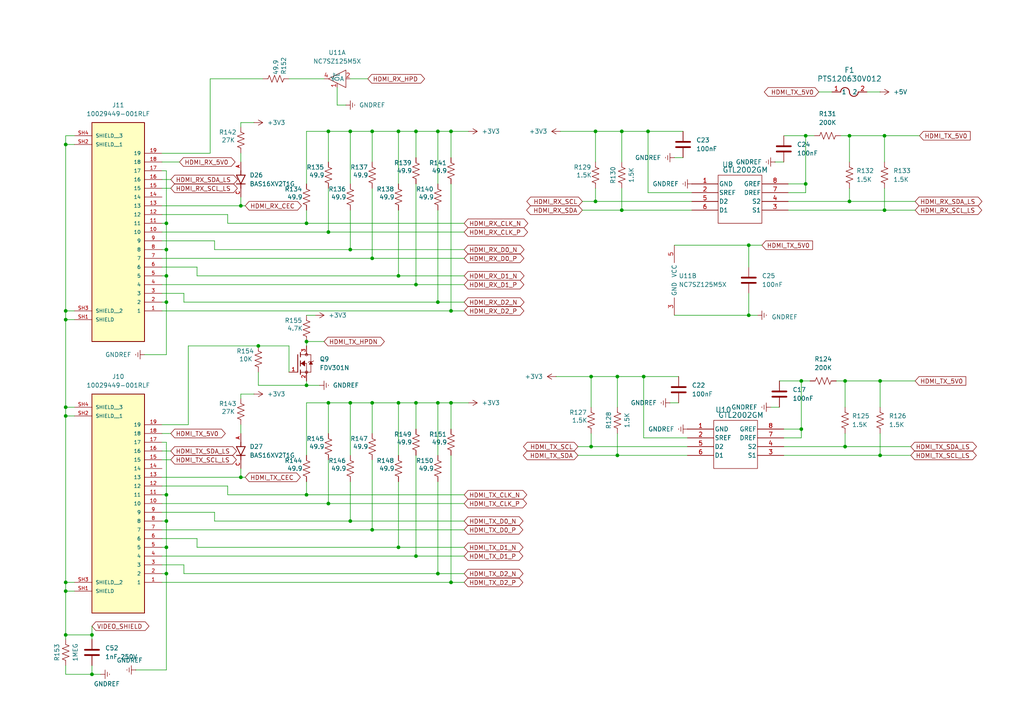
<source format=kicad_sch>
(kicad_sch (version 20231120) (generator "eeschema") (generator_version "8.0")
  (paper "A4")
  (lib_symbols
    (symbol "10029449-001RLF_1" (pin_names (offset 1.016))
      (property "Reference" "J10" (at 0 -40.64 0))
      (property "Value" "10029449-001RLF" (at 0 -38.1 0))
      (symbol "10029449-001RLF_1_0_0"
        (rectangle (start -7.62 -35.56) (end 7.62 27.94) (stroke (width 0.254)) (fill (type background)))
        (pin passive line (at 12.7 -26.67 180) (length 5.08) (name "1") (number "1"))
        (pin passive line (at 12.7 -3.81 180) (length 5.08) (name "10") (number "10"))
        (pin passive line (at 12.7 -1.27 180) (length 5.08) (name "11") (number "11"))
        (pin passive line (at 12.7 1.27 180) (length 5.08) (name "12") (number "12"))
        (pin passive line (at 12.7 3.81 180) (length 5.08) (name "13") (number "13"))
        (pin passive line (at 12.7 6.35 180) (length 5.08) (name "14") (number "14"))
        (pin passive line (at 12.7 8.89 180) (length 5.08) (name "15") (number "15"))
        (pin passive line (at 12.7 11.43 180) (length 5.08) (name "16") (number "16"))
        (pin passive line (at 12.7 13.97 180) (length 5.08) (name "17") (number "17"))
        (pin passive line (at 12.7 16.51 180) (length 5.08) (name "18") (number "18"))
        (pin passive line (at 12.7 19.05 180) (length 5.08) (name "19") (number "19"))
        (pin passive line (at 12.7 -24.13 180) (length 5.08) (name "2") (number "2"))
        (pin passive line (at 12.7 -21.59 180) (length 5.08) (name "3") (number "3"))
        (pin passive line (at 12.7 -19.05 180) (length 5.08) (name "4") (number "4"))
        (pin passive line (at 12.7 -16.51 180) (length 5.08) (name "5") (number "5"))
        (pin passive line (at 12.7 -13.97 180) (length 5.08) (name "6") (number "6"))
        (pin passive line (at 12.7 -11.43 180) (length 5.08) (name "7") (number "7"))
        (pin passive line (at 12.7 -8.89 180) (length 5.08) (name "8") (number "8"))
        (pin passive line (at 12.7 -6.35 180) (length 5.08) (name "9") (number "9"))
        (pin passive line (at -12.7 -29.21 0) (length 5.08) (name "SHIELD") (number "SH1"))
        (pin passive line (at -12.7 21.59 0) (length 5.08) (name "SHIELD__1") (number "SH2"))
        (pin passive line (at -12.7 -26.67 0) (length 5.08) (name "SHIELD__2") (number "SH3"))
        (pin passive line (at -12.7 24.13 0) (length 5.08) (name "SHIELD__3") (number "SH4"))
      )
    )
    (symbol "BAS16XV2T1G:BAS16XV2T1G" (pin_names (offset 1.016))
      (property "Reference" "D" (at -5.08 2.54 0))
      (property "Value" "BAS16XV2T1G" (at -5.08 -3.81 0))
      (symbol "BAS16XV2T1G_0_0"
        (polyline (pts (xy -2.54 0) (xy -1.27 0)) (stroke (width 0.254)))
        (polyline (pts (xy -1.27 -1.27) (xy 1.27 0)) (stroke (width 0.254)))
        (polyline (pts (xy -1.27 0) (xy -1.27 -1.27)) (stroke (width 0.254)))
        (polyline (pts (xy -1.27 1.27) (xy -1.27 0)) (stroke (width 0.254)))
        (polyline (pts (xy 1.27 0) (xy -1.27 1.27)) (stroke (width 0.254)))
        (polyline (pts (xy 1.27 0) (xy 1.27 -1.27)) (stroke (width 0.254)))
        (polyline (pts (xy 1.27 0) (xy 2.54 0)) (stroke (width 0.254)))
        (polyline (pts (xy 1.27 1.27) (xy 1.27 0)) (stroke (width 0.254)))
        (pin passive line (at -5.08 0 0) (length 2.54) (name "~") (number "A"))
        (pin passive line (at 5.08 0 180) (length 2.54) (name "~") (number "C"))
      )
    )
    (symbol "Device:C" (pin_numbers hide) (pin_names (offset 0.254))
      (property "Reference" "C" (at 0.635 2.54 0))
      (property "Value" "C" (at 0.635 -2.54 0))
      (symbol "C_0_1"
        (polyline (pts (xy -2.032 -0.762) (xy 2.032 -0.762)) (stroke (width 0.508)))
        (polyline (pts (xy -2.032 0.762) (xy 2.032 0.762)) (stroke (width 0.508)))
      )
      (symbol "C_1_1"
        (pin passive line (at 0 3.81 270) (length 2.794) (name "~") (number "1"))
        (pin passive line (at 0 -3.81 90) (length 2.794) (name "~") (number "2"))
      )
    )
    (symbol "Device:R_US" (pin_numbers hide) (pin_names (offset 0))
      (property "Reference" "R" (at 2.54 0 90))
      (property "Value" "R_US" (at -2.54 0 90))
      (symbol "R_US_0_1"
        (polyline (pts (xy 0 -2.286) (xy 0 -2.54)))
        (polyline (pts (xy 0 2.286) (xy 0 2.54)))
        (polyline (pts (xy 0 -0.762) (xy 1.016 -1.143) (xy 0 -1.524) (xy -1.016 -1.905) (xy 0 -2.286)))
        (polyline (pts (xy 0 0.762) (xy 1.016 0.381) (xy 0 0) (xy -1.016 -0.381) (xy 0 -0.762)))
        (polyline (pts (xy 0 2.286) (xy 1.016 1.905) (xy 0 1.524) (xy -1.016 1.143) (xy 0 0.762)))
      )
      (symbol "R_US_1_1"
        (pin passive line (at 0 3.81 270) (length 1.27) (name "~") (number "1"))
        (pin passive line (at 0 -3.81 90) (length 1.27) (name "~") (number "2"))
      )
    )
    (symbol "FDV301N:FDV301N" (pin_names (offset 1.016))
      (property "Reference" "Q" (at -8.89 2.54 0))
      (property "Value" "FDV301N" (at -8.89 -7.62 0))
      (symbol "FDV301N_0_0"
        (polyline (pts (xy 0 2.54) (xy 0 -2.54)) (stroke (width 0.254)))
        (polyline (pts (xy 0.762 -2.54) (xy 0.762 -3.175)) (stroke (width 0.254)))
        (polyline (pts (xy 0.762 -1.905) (xy 0.762 -2.54)) (stroke (width 0.254)))
        (polyline (pts (xy 0.762 0) (xy 0.762 -0.762)) (stroke (width 0.254)))
        (polyline (pts (xy 0.762 0) (xy 2.54 0)) (stroke (width 0.1524)))
        (polyline (pts (xy 0.762 0.762) (xy 0.762 0)) (stroke (width 0.254)))
        (polyline (pts (xy 0.762 2.54) (xy 0.762 1.905)) (stroke (width 0.254)))
        (polyline (pts (xy 0.762 2.54) (xy 3.81 2.54)) (stroke (width 0.1524)))
        (polyline (pts (xy 0.762 3.175) (xy 0.762 2.54)) (stroke (width 0.254)))
        (polyline (pts (xy 2.54 -2.54) (xy 0.762 -2.54)) (stroke (width 0.1524)))
        (polyline (pts (xy 2.54 -2.54) (xy 3.81 -2.54)) (stroke (width 0.1524)))
        (polyline (pts (xy 2.54 0) (xy 2.54 -2.54)) (stroke (width 0.1524)))
        (polyline (pts (xy 3.302 0.508) (xy 3.048 0.254)) (stroke (width 0.1524)))
        (polyline (pts (xy 3.81 0.508) (xy 3.302 0.508)) (stroke (width 0.1524)))
        (polyline (pts (xy 3.81 0.508) (xy 3.81 -2.54)) (stroke (width 0.1524)))
        (polyline (pts (xy 3.81 2.54) (xy 3.81 0.508)) (stroke (width 0.1524)))
        (polyline (pts (xy 4.318 0.508) (xy 3.81 0.508)) (stroke (width 0.1524)))
        (polyline (pts (xy 4.572 0.762) (xy 4.318 0.508)) (stroke (width 0.1524)))
        (polyline (pts (xy 1.016 0) (xy 2.032 0.762) (xy 2.032 -0.762) (xy 1.016 0)) (stroke (width 0.1524)) (fill (type outline)))
        (polyline (pts (xy 3.81 0.508) (xy 3.302 -0.254) (xy 4.318 -0.254) (xy 3.81 0.508)) (stroke (width 0.1524)) (fill (type outline)))
        (circle (center 2.54 -2.54) (radius 0.3592))
        (circle (center 2.54 2.54) (radius 0.3592))
        (pin passive line (at -2.54 -2.54 0) (length 2.54) (name "~") (number "1"))
        (pin passive line (at 2.54 -5.08 90) (length 2.54) (name "~") (number "2"))
        (pin passive line (at 2.54 5.08 270) (length 2.54) (name "~") (number "3"))
      )
    )
    (symbol "GTL2002GM:GTL2002GM" (pin_names (offset 0.254))
      (property "Reference" "U8" (at 30.48 10.16 0))
      (property "Value" "GTL2002GM" (at 30.48 7.62 0))
      (symbol "GTL2002GM_0_1"
        (pin unspecified line (at 0 0 0) (length 7.62) (name "GND") (number "1"))
        (pin unspecified line (at 0 -2.54 0) (length 7.62) (name "SREF") (number "2"))
        (pin unspecified line (at 27.94 -7.62 180) (length 7.62) (name "S1") (number "3"))
        (pin unspecified line (at 27.94 -5.08 180) (length 7.62) (name "S2") (number "4"))
        (pin unspecified line (at 0 -5.08 0) (length 7.62) (name "D2") (number "5"))
        (pin unspecified line (at 0 -7.62 0) (length 7.62) (name "D1") (number "6"))
        (pin unspecified line (at 27.94 -2.54 180) (length 7.62) (name "DREF") (number "7"))
        (pin unspecified line (at 27.94 0 180) (length 7.62) (name "GREF") (number "8"))
      )
      (symbol "GTL2002GM_1_1"
        (polyline (pts (xy 7.62 2.54) (xy 7.62 -11.43) (xy 20.32 -11.43) (xy 20.32 2.54) (xy 7.62 2.54)))
      )
    )
    (symbol "NC7SZ125M5X_Modified:NC7SZ125M5X"
      (property "Reference" "U" (at -5.08 6.35 0))
      (property "Value" "NC7SZ125M5X" (at 7.62 6.35 0))
      (symbol "NC7SZ125M5X_1_1"
        (polyline (pts (xy -10.16 -3.81) (xy -5.08 -1.27) (xy -5.08 -6.35) (xy -10.16 -3.81)))
        (pin input line (at -7.62 -6.35 90) (length 1.27) (name "~{OE}") (number "1"))
        (pin input line (at -3.81 -3.81 180) (length 1.27) (name "A") (number "2"))
        (pin output line (at -11.43 -3.81 0) (length 1.27) (name "Y") (number "4"))
      )
      (symbol "NC7SZ125M5X_2_1"
        (pin power_in line (at 0 -10.16 90) (length 5.08) (name "GND") (number "3"))
        (pin power_in line (at 0 10.16 270) (length 5.08) (name "VCC") (number "5"))
      )
    )
    (symbol "PTS120630V012:PTS120630V012" (pin_names (offset 0.254))
      (property "Reference" "F" (at 5.08 3.175 0))
      (property "Value" "PTS120630V012" (at 5.08 -3.175 0))
      (symbol "PTS120630V012_1_1"
        (arc (start 5.08 0) (mid 3.81 1.2645) (end 2.54 0) (stroke (width 0.254)))
        (arc (start 5.08 0) (mid 6.35 -1.2645) (end 7.62 0) (stroke (width 0.254)))
        (pin unspecified line (at 0 0 0) (length 2.54) (name "1") (number "1"))
        (pin unspecified line (at 10.16 0 180) (length 2.54) (name "2") (number "2"))
      )
      (symbol "PTS120630V012_1_2"
        (arc (start 0 5.08) (mid -1.2645 3.81) (end 0 2.54) (stroke (width 0.254)))
        (arc (start 0 5.08) (mid 1.2645 6.35) (end 0 7.62) (stroke (width 0.254)))
        (pin unspecified line (at 0 0 90) (length 2.54) (name "1") (number "1"))
        (pin unspecified line (at 0 10.16 270) (length 2.54) (name "2") (number "2"))
      )
    )
    (symbol "power:+3V3" (power) (pin_numbers hide) (pin_names (offset 0) hide)
      (property "Value" "+3V3" (at 0 3.556 0))
      (symbol "+3V3_0_1"
        (polyline (pts (xy -0.762 1.27) (xy 0 2.54)))
        (polyline (pts (xy 0 0) (xy 0 2.54)))
        (polyline (pts (xy 0 2.54) (xy 0.762 1.27)))
      )
      (symbol "+3V3_1_1"
        (pin power_in line (at 0 0 90) (length 0) (name "~") (number "1"))
      )
    )
    (symbol "power:+5V" (power) (pin_numbers hide) (pin_names (offset 0) hide)
      (property "Value" "+5V" (at 0 3.556 0))
      (symbol "+5V_0_1"
        (polyline (pts (xy -0.762 1.27) (xy 0 2.54)))
        (polyline (pts (xy 0 0) (xy 0 2.54)))
        (polyline (pts (xy 0 2.54) (xy 0.762 1.27)))
      )
      (symbol "+5V_1_1"
        (pin power_in line (at 0 0 90) (length 0) (name "~") (number "1"))
      )
    )
    (symbol "power:GNDREF" (power) (pin_numbers hide) (pin_names (offset 0) hide)
      (property "Value" "GNDREF" (at 0 -3.81 0))
      (symbol "GNDREF_0_1"
        (polyline (pts (xy -0.635 -1.905) (xy 0.635 -1.905)))
        (polyline (pts (xy -0.127 -2.54) (xy 0.127 -2.54)))
        (polyline (pts (xy 0 -1.27) (xy 0 0)))
        (polyline (pts (xy 1.27 -1.27) (xy -1.27 -1.27)))
      )
      (symbol "GNDREF_1_1"
        (pin power_in line (at 0 0 270) (length 0) (name "~") (number "1"))
      )
    )
  )
  (junction (at 69.85 59.69))
  (junction (at 255.27 132.08))
  (junction (at 232.41 110.49))
  (junction (at 48.26 64.77))
  (junction (at 115.57 158.75))
  (junction (at 69.85 138.43))
  (junction (at 120.65 38.1))
  (junction (at 256.54 39.37))
  (junction (at 130.81 168.91))
  (junction (at 48.26 158.75))
  (junction (at 120.65 161.29))
  (junction (at 172.72 58.42))
  (junction (at 19.05 184.15))
  (junction (at 127 38.1))
  (junction (at 233.68 39.37))
  (junction (at 120.65 116.84))
  (junction (at 48.26 72.39))
  (junction (at 101.6 38.1))
  (junction (at 107.95 116.84))
  (junction (at 187.96 38.1))
  (junction (at 180.34 38.1))
  (junction (at 88.9 143.51))
  (junction (at 171.45 129.54))
  (junction (at 19.05 118.11))
  (junction (at 246.38 58.42))
  (junction (at 172.72 38.1))
  (junction (at 115.57 80.01))
  (junction (at 107.95 153.67))
  (junction (at 130.81 38.1))
  (junction (at 26.67 195.58))
  (junction (at 255.27 110.49))
  (junction (at 127 166.37))
  (junction (at 95.25 38.1))
  (junction (at 101.6 72.39))
  (junction (at 245.11 110.49))
  (junction (at 115.57 38.1))
  (junction (at 48.26 80.01))
  (junction (at 130.81 116.84))
  (junction (at 19.05 120.65))
  (junction (at 256.54 60.96))
  (junction (at 180.34 60.96))
  (junction (at 130.81 90.17))
  (junction (at 245.11 129.54))
  (junction (at 48.26 151.13))
  (junction (at 101.6 116.84))
  (junction (at 95.25 116.84))
  (junction (at 19.05 171.45))
  (junction (at 127 87.63))
  (junction (at 115.57 116.84))
  (junction (at 120.65 82.55))
  (junction (at 232.41 124.46))
  (junction (at 217.17 71.12))
  (junction (at 171.45 109.22))
  (junction (at 246.38 39.37))
  (junction (at 48.26 143.51))
  (junction (at 48.26 87.63))
  (junction (at 101.6 151.13))
  (junction (at 107.95 38.1))
  (junction (at 186.69 109.22))
  (junction (at 48.26 166.37))
  (junction (at 95.25 67.31))
  (junction (at 107.95 74.93))
  (junction (at 127 116.84))
  (junction (at 217.17 91.44))
  (junction (at 88.9 64.77))
  (junction (at 233.68 53.34))
  (junction (at 95.25 146.05))
  (junction (at 179.07 109.22))
  (junction (at 19.05 92.71))
  (junction (at 88.9 99.06))
  (junction (at 19.05 41.91))
  (junction (at 88.9 111.76))
  (junction (at 19.05 90.17))
  (junction (at 19.05 168.91))
  (junction (at 179.07 132.08))
  (junction (at 74.93 100.33))
  (junction (at 26.67 184.15))
  (wire (pts (xy 167.64 132.08) (xy 179.07 132.08)))
  (wire (pts (xy 220.98 71.12) (xy 217.17 71.12)))
  (wire (pts (xy 195.58 71.12) (xy 217.17 71.12)))
  (wire (pts (xy 245.11 118.11) (xy 245.11 110.49)))
  (wire (pts (xy 168.91 58.42) (xy 172.72 58.42)))
  (wire (pts (xy 256.54 54.61) (xy 256.54 60.96)))
  (wire (pts (xy 186.69 127) (xy 186.69 109.22)))
  (wire (pts (xy 21.59 90.17) (xy 19.05 90.17)))
  (wire (pts (xy 46.99 123.19) (xy 54.61 123.19)))
  (wire (pts (xy 107.95 116.84) (xy 107.95 125.73)))
  (wire (pts (xy 101.6 139.7) (xy 101.6 151.13)))
  (wire (pts (xy 127 166.37) (xy 134.62 166.37)))
  (wire (pts (xy 223.52 118.11) (xy 226.06 118.11)))
  (wire (pts (xy 172.72 38.1) (xy 180.34 38.1)))
  (wire (pts (xy 172.72 54.61) (xy 172.72 58.42)))
  (wire (pts (xy 46.99 82.55) (xy 120.65 82.55)))
  (wire (pts (xy 88.9 60.96) (xy 88.9 64.77)))
  (wire (pts (xy 95.25 116.84) (xy 95.25 125.73)))
  (wire (pts (xy 46.99 168.91) (xy 130.81 168.91)))
  (wire (pts (xy 115.57 116.84) (xy 120.65 116.84)))
  (wire (pts (xy 46.99 153.67) (xy 107.95 153.67)))
  (wire (pts (xy 88.9 64.77) (xy 134.62 64.77)))
  (wire (pts (xy 46.99 62.23) (xy 66.04 62.23)))
  (wire (pts (xy 101.6 22.86) (xy 106.68 22.86)))
  (wire (pts (xy 115.57 158.75) (xy 134.62 158.75)))
  (wire (pts (xy 46.99 151.13) (xy 48.26 151.13)))
  (wire (pts (xy 115.57 139.7) (xy 115.57 158.75)))
  (wire (pts (xy 88.9 99.06) (xy 88.9 100.33)))
  (wire (pts (xy 21.59 171.45) (xy 19.05 171.45)))
  (wire (pts (xy 107.95 38.1) (xy 107.95 46.99)))
  (wire (pts (xy 60.96 22.86) (xy 76.2 22.86)))
  (wire (pts (xy 227.33 39.37) (xy 233.68 39.37)))
  (wire (pts (xy 19.05 120.65) (xy 19.05 168.91)))
  (wire (pts (xy 217.17 71.12) (xy 217.17 77.47)))
  (wire (pts (xy 227.33 124.46) (xy 232.41 124.46)))
  (wire (pts (xy 171.45 109.22) (xy 179.07 109.22)))
  (wire (pts (xy 101.6 116.84) (xy 107.95 116.84)))
  (wire (pts (xy 46.99 146.05) (xy 95.25 146.05)))
  (wire (pts (xy 48.26 143.51) (xy 48.26 151.13)))
  (wire (pts (xy 95.25 67.31) (xy 134.62 67.31)))
  (wire (pts (xy 233.68 53.34) (xy 233.68 39.37)))
  (wire (pts (xy 48.26 128.27) (xy 48.26 143.51)))
  (wire (pts (xy 66.04 140.97) (xy 66.04 143.51)))
  (wire (pts (xy 172.72 58.42) (xy 200.66 58.42)))
  (wire (pts (xy 48.26 166.37) (xy 48.26 194.31)))
  (wire (pts (xy 46.99 85.09) (xy 53.34 85.09)))
  (wire (pts (xy 62.23 72.39) (xy 101.6 72.39)))
  (wire (pts (xy 127 38.1) (xy 127 53.34)))
  (wire (pts (xy 19.05 185.42) (xy 19.05 184.15)))
  (wire (pts (xy 232.41 127) (xy 232.41 124.46)))
  (wire (pts (xy 48.26 49.53) (xy 48.26 64.77)))
  (wire (pts (xy 130.81 38.1) (xy 135.89 38.1)))
  (wire (pts (xy 243.84 39.37) (xy 246.38 39.37)))
  (wire (pts (xy 171.45 125.73) (xy 171.45 129.54)))
  (wire (pts (xy 46.99 156.21) (xy 57.15 156.21)))
  (wire (pts (xy 46.99 128.27) (xy 48.26 128.27)))
  (wire (pts (xy 101.6 151.13) (xy 134.62 151.13)))
  (wire (pts (xy 187.96 55.88) (xy 187.96 38.1)))
  (wire (pts (xy 195.58 45.72) (xy 198.12 45.72)))
  (wire (pts (xy 256.54 39.37) (xy 256.54 46.99)))
  (wire (pts (xy 26.67 195.58) (xy 29.21 195.58)))
  (wire (pts (xy 95.25 54.61) (xy 95.25 67.31)))
  (wire (pts (xy 180.34 60.96) (xy 200.66 60.96)))
  (wire (pts (xy 83.82 22.86) (xy 93.98 22.86)))
  (wire (pts (xy 266.7 39.37) (xy 256.54 39.37)))
  (wire (pts (xy 48.26 72.39) (xy 48.26 80.01)))
  (wire (pts (xy 162.56 38.1) (xy 172.72 38.1)))
  (wire (pts (xy 227.33 129.54) (xy 245.11 129.54)))
  (wire (pts (xy 57.15 158.75) (xy 115.57 158.75)))
  (wire (pts (xy 21.59 92.71) (xy 19.05 92.71)))
  (wire (pts (xy 57.15 156.21) (xy 57.15 158.75)))
  (wire (pts (xy 95.25 116.84) (xy 101.6 116.84)))
  (wire (pts (xy 19.05 171.45) (xy 19.05 184.15)))
  (wire (pts (xy 167.64 129.54) (xy 171.45 129.54)))
  (wire (pts (xy 171.45 118.11) (xy 171.45 109.22)))
  (wire (pts (xy 228.6 58.42) (xy 246.38 58.42)))
  (wire (pts (xy 41.91 102.87) (xy 48.26 102.87)))
  (wire (pts (xy 69.85 135.89) (xy 69.85 138.43)))
  (wire (pts (xy 26.67 181.61) (xy 26.67 184.15)))
  (wire (pts (xy 95.25 38.1) (xy 101.6 38.1)))
  (wire (pts (xy 49.53 133.35) (xy 46.99 133.35)))
  (wire (pts (xy 46.99 138.43) (xy 69.85 138.43)))
  (wire (pts (xy 46.99 80.01) (xy 48.26 80.01)))
  (wire (pts (xy 21.59 41.91) (xy 19.05 41.91)))
  (wire (pts (xy 53.34 85.09) (xy 53.34 87.63)))
  (wire (pts (xy 237.49 26.67) (xy 241.3 26.67)))
  (wire (pts (xy 95.25 133.35) (xy 95.25 146.05)))
  (wire (pts (xy 255.27 110.49) (xy 255.27 118.11)))
  (wire (pts (xy 88.9 111.76) (xy 92.71 111.76)))
  (wire (pts (xy 127 38.1) (xy 130.81 38.1)))
  (wire (pts (xy 127 116.84) (xy 127 132.08)))
  (wire (pts (xy 233.68 55.88) (xy 233.68 53.34)))
  (wire (pts (xy 200.66 55.88) (xy 187.96 55.88)))
  (wire (pts (xy 107.95 54.61) (xy 107.95 74.93)))
  (wire (pts (xy 101.6 38.1) (xy 107.95 38.1)))
  (wire (pts (xy 179.07 109.22) (xy 186.69 109.22)))
  (wire (pts (xy 180.34 54.61) (xy 180.34 60.96)))
  (wire (pts (xy 52.07 46.99) (xy 46.99 46.99)))
  (wire (pts (xy 115.57 38.1) (xy 115.57 53.34)))
  (wire (pts (xy 19.05 39.37) (xy 21.59 39.37)))
  (wire (pts (xy 107.95 38.1) (xy 115.57 38.1)))
  (wire (pts (xy 180.34 46.99) (xy 180.34 38.1)))
  (wire (pts (xy 115.57 80.01) (xy 134.62 80.01)))
  (wire (pts (xy 265.43 110.49) (xy 255.27 110.49)))
  (wire (pts (xy 46.99 140.97) (xy 66.04 140.97)))
  (wire (pts (xy 127 60.96) (xy 127 87.63)))
  (wire (pts (xy 48.26 87.63) (xy 48.26 102.87)))
  (wire (pts (xy 233.68 39.37) (xy 236.22 39.37)))
  (wire (pts (xy 115.57 116.84) (xy 115.57 132.08)))
  (wire (pts (xy 226.06 110.49) (xy 232.41 110.49)))
  (wire (pts (xy 46.99 74.93) (xy 107.95 74.93)))
  (wire (pts (xy 74.93 100.33) (xy 83.82 100.33)))
  (wire (pts (xy 107.95 74.93) (xy 134.62 74.93)))
  (wire (pts (xy 107.95 116.84) (xy 115.57 116.84)))
  (wire (pts (xy 19.05 195.58) (xy 26.67 195.58)))
  (wire (pts (xy 88.9 91.44) (xy 91.44 91.44)))
  (wire (pts (xy 217.17 85.09) (xy 217.17 91.44)))
  (wire (pts (xy 120.65 116.84) (xy 127 116.84)))
  (wire (pts (xy 69.85 115.57) (xy 69.85 114.3)))
  (wire (pts (xy 232.41 124.46) (xy 232.41 110.49)))
  (wire (pts (xy 246.38 46.99) (xy 246.38 39.37)))
  (wire (pts (xy 39.37 194.31) (xy 48.26 194.31)))
  (wire (pts (xy 199.39 127) (xy 186.69 127)))
  (wire (pts (xy 49.53 54.61) (xy 46.99 54.61)))
  (wire (pts (xy 69.85 57.15) (xy 69.85 59.69)))
  (wire (pts (xy 21.59 168.91) (xy 19.05 168.91)))
  (wire (pts (xy 53.34 166.37) (xy 127 166.37)))
  (wire (pts (xy 224.79 46.99) (xy 227.33 46.99)))
  (wire (pts (xy 219.71 91.44) (xy 217.17 91.44)))
  (wire (pts (xy 46.99 49.53) (xy 48.26 49.53)))
  (wire (pts (xy 46.99 44.45) (xy 60.96 44.45)))
  (wire (pts (xy 127 116.84) (xy 130.81 116.84)))
  (wire (pts (xy 88.9 53.34) (xy 88.9 38.1)))
  (wire (pts (xy 120.65 124.46) (xy 120.65 116.84)))
  (wire (pts (xy 66.04 143.51) (xy 88.9 143.51)))
  (wire (pts (xy 161.29 109.22) (xy 171.45 109.22)))
  (wire (pts (xy 251.46 26.67) (xy 255.27 26.67)))
  (wire (pts (xy 120.65 82.55) (xy 134.62 82.55)))
  (wire (pts (xy 19.05 92.71) (xy 19.05 118.11)))
  (wire (pts (xy 69.85 36.83) (xy 69.85 35.56)))
  (wire (pts (xy 172.72 46.99) (xy 172.72 38.1)))
  (wire (pts (xy 48.26 158.75) (xy 48.26 166.37)))
  (wire (pts (xy 127 139.7) (xy 127 166.37)))
  (wire (pts (xy 95.25 38.1) (xy 95.25 46.99)))
  (wire (pts (xy 228.6 60.96) (xy 256.54 60.96)))
  (wire (pts (xy 246.38 39.37) (xy 256.54 39.37)))
  (wire (pts (xy 62.23 69.85) (xy 62.23 72.39)))
  (wire (pts (xy 48.26 151.13) (xy 48.26 158.75)))
  (wire (pts (xy 130.81 168.91) (xy 134.62 168.91)))
  (wire (pts (xy 256.54 60.96) (xy 265.43 60.96)))
  (wire (pts (xy 62.23 148.59) (xy 62.23 151.13)))
  (wire (pts (xy 101.6 60.96) (xy 101.6 72.39)))
  (wire (pts (xy 69.85 138.43) (xy 71.12 138.43)))
  (wire (pts (xy 46.99 166.37) (xy 48.26 166.37)))
  (wire (pts (xy 74.93 107.95) (xy 74.93 111.76)))
  (wire (pts (xy 46.99 143.51) (xy 48.26 143.51)))
  (wire (pts (xy 26.67 184.15) (xy 26.67 185.42)))
  (wire (pts (xy 69.85 44.45) (xy 69.85 46.99)))
  (wire (pts (xy 26.67 195.58) (xy 26.67 193.04)))
  (wire (pts (xy 179.07 132.08) (xy 199.39 132.08)))
  (wire (pts (xy 57.15 77.47) (xy 57.15 80.01)))
  (wire (pts (xy 115.57 38.1) (xy 120.65 38.1)))
  (wire (pts (xy 19.05 39.37) (xy 19.05 41.91)))
  (wire (pts (xy 97.79 25.4) (xy 97.79 30.48)))
  (wire (pts (xy 130.81 132.08) (xy 130.81 168.91)))
  (wire (pts (xy 101.6 72.39) (xy 134.62 72.39)))
  (wire (pts (xy 19.05 41.91) (xy 19.05 90.17)))
  (wire (pts (xy 245.11 129.54) (xy 264.16 129.54)))
  (wire (pts (xy 54.61 100.33) (xy 74.93 100.33)))
  (wire (pts (xy 46.99 67.31) (xy 95.25 67.31)))
  (wire (pts (xy 127 87.63) (xy 134.62 87.63)))
  (wire (pts (xy 232.41 110.49) (xy 234.95 110.49)))
  (wire (pts (xy 195.58 91.44) (xy 217.17 91.44)))
  (wire (pts (xy 130.81 38.1) (xy 130.81 45.72)))
  (wire (pts (xy 19.05 184.15) (xy 26.67 184.15)))
  (wire (pts (xy 120.65 132.08) (xy 120.65 161.29)))
  (wire (pts (xy 66.04 64.77) (xy 88.9 64.77)))
  (wire (pts (xy 255.27 125.73) (xy 255.27 132.08)))
  (wire (pts (xy 130.81 116.84) (xy 135.89 116.84)))
  (wire (pts (xy 57.15 80.01) (xy 115.57 80.01)))
  (wire (pts (xy 46.99 59.69) (xy 69.85 59.69)))
  (wire (pts (xy 179.07 125.73) (xy 179.07 132.08)))
  (wire (pts (xy 120.65 53.34) (xy 120.65 82.55)))
  (wire (pts (xy 46.99 77.47) (xy 57.15 77.47)))
  (wire (pts (xy 255.27 132.08) (xy 264.16 132.08)))
  (wire (pts (xy 19.05 168.91) (xy 19.05 171.45)))
  (wire (pts (xy 53.34 163.83) (xy 53.34 166.37)))
  (wire (pts (xy 168.91 60.96) (xy 180.34 60.96)))
  (wire (pts (xy 115.57 60.96) (xy 115.57 80.01)))
  (wire (pts (xy 101.6 116.84) (xy 101.6 132.08)))
  (wire (pts (xy 46.99 148.59) (xy 62.23 148.59)))
  (wire (pts (xy 46.99 90.17) (xy 130.81 90.17)))
  (wire (pts (xy 49.53 52.07) (xy 46.99 52.07)))
  (wire (pts (xy 74.93 111.76) (xy 88.9 111.76)))
  (wire (pts (xy 130.81 53.34) (xy 130.81 90.17)))
  (wire (pts (xy 171.45 129.54) (xy 199.39 129.54)))
  (wire (pts (xy 21.59 118.11) (xy 19.05 118.11)))
  (wire (pts (xy 46.99 158.75) (xy 48.26 158.75)))
  (wire (pts (xy 83.82 100.33) (xy 83.82 107.95)))
  (wire (pts (xy 46.99 163.83) (xy 53.34 163.83)))
  (wire (pts (xy 120.65 161.29) (xy 134.62 161.29)))
  (wire (pts (xy 46.99 87.63) (xy 48.26 87.63)))
  (wire (pts (xy 88.9 38.1) (xy 95.25 38.1)))
  (wire (pts (xy 21.59 120.65) (xy 19.05 120.65)))
  (wire (pts (xy 48.26 64.77) (xy 48.26 72.39)))
  (wire (pts (xy 49.53 130.81) (xy 46.99 130.81)))
  (wire (pts (xy 246.38 58.42) (xy 265.43 58.42)))
  (wire (pts (xy 19.05 193.04) (xy 19.05 195.58)))
  (wire (pts (xy 245.11 125.73) (xy 245.11 129.54)))
  (wire (pts (xy 107.95 133.35) (xy 107.95 153.67)))
  (wire (pts (xy 242.57 110.49) (xy 245.11 110.49)))
  (wire (pts (xy 187.96 38.1) (xy 198.12 38.1)))
  (wire (pts (xy 69.85 59.69) (xy 71.12 59.69)))
  (wire (pts (xy 186.69 109.22) (xy 196.85 109.22)))
  (wire (pts (xy 19.05 90.17) (xy 19.05 92.71)))
  (wire (pts (xy 46.99 64.77) (xy 48.26 64.77)))
  (wire (pts (xy 107.95 153.67) (xy 134.62 153.67)))
  (wire (pts (xy 88.9 116.84) (xy 95.25 116.84)))
  (wire (pts (xy 88.9 110.49) (xy 88.9 111.76)))
  (wire (pts (xy 60.96 44.45) (xy 60.96 22.86)))
  (wire (pts (xy 88.9 99.06) (xy 93.98 99.06)))
  (wire (pts (xy 88.9 139.7) (xy 88.9 143.51)))
  (wire (pts (xy 120.65 45.72) (xy 120.65 38.1)))
  (wire (pts (xy 48.26 80.01) (xy 48.26 87.63)))
  (wire (pts (xy 66.04 62.23) (xy 66.04 64.77)))
  (wire (pts (xy 46.99 72.39) (xy 48.26 72.39)))
  (wire (pts (xy 19.05 118.11) (xy 19.05 120.65)))
  (wire (pts (xy 120.65 38.1) (xy 127 38.1)))
  (wire (pts (xy 69.85 35.56) (xy 73.66 35.56)))
  (wire (pts (xy 53.34 87.63) (xy 127 87.63)))
  (wire (pts (xy 227.33 127) (xy 232.41 127)))
  (wire (pts (xy 228.6 55.88) (xy 233.68 55.88)))
  (wire (pts (xy 88.9 132.08) (xy 88.9 116.84)))
  (wire (pts (xy 228.6 53.34) (xy 233.68 53.34)))
  (wire (pts (xy 130.81 116.84) (xy 130.81 124.46)))
  (wire (pts (xy 245.11 110.49) (xy 255.27 110.49)))
  (wire (pts (xy 130.81 90.17) (xy 134.62 90.17)))
  (wire (pts (xy 62.23 151.13) (xy 101.6 151.13)))
  (wire (pts (xy 97.79 30.48) (xy 100.33 30.48)))
  (wire (pts (xy 179.07 118.11) (xy 179.07 109.22)))
  (wire (pts (xy 101.6 38.1) (xy 101.6 53.34)))
  (wire (pts (xy 227.33 132.08) (xy 255.27 132.08)))
  (wire (pts (xy 54.61 123.19) (xy 54.61 100.33)))
  (wire (pts (xy 194.31 116.84) (xy 196.85 116.84)))
  (wire (pts (xy 46.99 161.29) (xy 120.65 161.29)))
  (wire (pts (xy 49.53 125.73) (xy 46.99 125.73)))
  (wire (pts (xy 69.85 114.3) (xy 73.66 114.3)))
  (wire (pts (xy 95.25 146.05) (xy 134.62 146.05)))
  (wire (pts (xy 180.34 38.1) (xy 187.96 38.1)))
  (wire (pts (xy 246.38 54.61) (xy 246.38 58.42)))
  (wire (pts (xy 88.9 143.51) (xy 134.62 143.51)))
  (wire (pts (xy 69.85 123.19) (xy 69.85 125.73)))
  (wire (pts (xy 46.99 69.85) (xy 62.23 69.85)))
  (global_label "HDMI_TX_5V0" (shape bidirectional) (at 49.53 125.73 0) (property "Intersheetrefs" "${INTERSHEET_REFS}" (effects (hide yes))))
  (global_label "HDMI_TX_5V0" (shape input) (at 220.98 71.12 0) (property "Intersheetrefs" "${INTERSHEET_REFS}" (effects (hide yes))))
  (global_label "HDMI_TX_D2_N" (shape bidirectional) (at 134.62 166.37 0) (property "Intersheetrefs" "${INTERSHEET_REFS}" (effects (hide yes))))
  (global_label "HDMI_RX_SCL_LS" (shape bidirectional) (at 49.53 54.61 0) (property "Intersheetrefs" "${INTERSHEET_REFS}" (effects (hide yes))))
  (global_label "HDMI_TX_D1_N" (shape bidirectional) (at 134.62 158.75 0) (property "Intersheetrefs" "${INTERSHEET_REFS}" (effects (hide yes))))
  (global_label "HDMI_TX_HPDN" (shape bidirectional) (at 93.98 99.06 0) (property "Intersheetrefs" "${INTERSHEET_REFS}" (effects (hide yes))))
  (global_label "HDMI_TX_SDA" (shape bidirectional) (at 167.64 132.08 180) (property "Intersheetrefs" "${INTERSHEET_REFS}" (effects (hide yes))))
  (global_label "HDMI_TX_CLK_P" (shape bidirectional) (at 134.62 146.05 0) (property "Intersheetrefs" "${INTERSHEET_REFS}" (effects (hide yes))))
  (global_label "HDMI_RX_D0_N" (shape bidirectional) (at 134.62 72.39 0) (property "Intersheetrefs" "${INTERSHEET_REFS}" (effects (hide yes))))
  (global_label "HDMI_RX_SCL_LS" (shape bidirectional) (at 265.43 60.96 0) (property "Intersheetrefs" "${INTERSHEET_REFS}" (effects (hide yes))))
  (global_label "HDMI_TX_5V0" (shape input) (at 266.7 39.37 0) (property "Intersheetrefs" "${INTERSHEET_REFS}" (effects (hide yes))))
  (global_label "HDMI_TX_CEC" (shape bidirectional) (at 71.12 138.43 0) (property "Intersheetrefs" "${INTERSHEET_REFS}" (effects (hide yes))))
  (global_label "HDMI_TX_SCL_LS" (shape bidirectional) (at 49.53 133.35 0) (property "Intersheetrefs" "${INTERSHEET_REFS}" (effects (hide yes))))
  (global_label "HDMI_RX_CLK_P" (shape bidirectional) (at 134.62 67.31 0) (property "Intersheetrefs" "${INTERSHEET_REFS}" (effects (hide yes))))
  (global_label "HDMI_RX_D2_N" (shape bidirectional) (at 134.62 87.63 0) (property "Intersheetrefs" "${INTERSHEET_REFS}" (effects (hide yes))))
  (global_label "HDMI_RX_D1_N" (shape bidirectional) (at 134.62 80.01 0) (property "Intersheetrefs" "${INTERSHEET_REFS}" (effects (hide yes))))
  (global_label "HDMI_RX_HPD" (shape bidirectional) (at 106.68 22.86 0) (property "Intersheetrefs" "${INTERSHEET_REFS}" (effects (hide yes))))
  (global_label "HDMI_TX_5V0" (shape input) (at 265.43 110.49 0) (property "Intersheetrefs" "${INTERSHEET_REFS}" (effects (hide yes))))
  (global_label "HDMI_TX_SDA_LS" (shape bidirectional) (at 264.16 129.54 0) (property "Intersheetrefs" "${INTERSHEET_REFS}" (effects (hide yes))))
  (global_label "HDMI_RX_CEC" (shape bidirectional) (at 71.12 59.69 0) (property "Intersheetrefs" "${INTERSHEET_REFS}" (effects (hide yes))))
  (global_label "HDMI_RX_D1_P" (shape bidirectional) (at 134.62 82.55 0) (property "Intersheetrefs" "${INTERSHEET_REFS}" (effects (hide yes))))
  (global_label "HDMI_TX_SDA_LS" (shape bidirectional) (at 49.53 130.81 0) (property "Intersheetrefs" "${INTERSHEET_REFS}" (effects (hide yes))))
  (global_label "HDMI_TX_CLK_N" (shape bidirectional) (at 134.62 143.51 0) (property "Intersheetrefs" "${INTERSHEET_REFS}" (effects (hide yes))))
  (global_label "HDMI_TX_5V0" (shape bidirectional) (at 237.49 26.67 180) (property "Intersheetrefs" "${INTERSHEET_REFS}" (effects (hide yes))))
  (global_label "HDMI_RX_CLK_N" (shape bidirectional) (at 134.62 64.77 0) (property "Intersheetrefs" "${INTERSHEET_REFS}" (effects (hide yes))))
  (global_label "HDMI_RX_5V0" (shape bidirectional) (at 52.07 46.99 0) (property "Intersheetrefs" "${INTERSHEET_REFS}" (effects (hide yes))))
  (global_label "HDMI_TX_SCL" (shape bidirectional) (at 167.64 129.54 180) (property "Intersheetrefs" "${INTERSHEET_REFS}" (effects (hide yes))))
  (global_label "HDMI_TX_D2_P" (shape bidirectional) (at 134.62 168.91 0) (property "Intersheetrefs" "${INTERSHEET_REFS}" (effects (hide yes))))
  (global_label "HDMI_RX_SDA_LS" (shape bidirectional) (at 49.53 52.07 0) (property "Intersheetrefs" "${INTERSHEET_REFS}" (effects (hide yes))))
  (global_label "HDMI_TX_D0_P" (shape bidirectional) (at 134.62 153.67 0) (property "Intersheetrefs" "${INTERSHEET_REFS}" (effects (hide yes))))
  (global_label "HDMI_RX_D0_P" (shape bidirectional) (at 134.62 74.93 0) (property "Intersheetrefs" "${INTERSHEET_REFS}" (effects (hide yes))))
  (global_label "HDMI_TX_D0_N" (shape bidirectional) (at 134.62 151.13 0) (property "Intersheetrefs" "${INTERSHEET_REFS}" (effects (hide yes))))
  (global_label "HDMI_RX_SDA" (shape bidirectional) (at 168.91 60.96 180) (property "Intersheetrefs" "${INTERSHEET_REFS}" (effects (hide yes))))
  (global_label "VIDEO_SHIELD" (shape bidirectional) (at 26.67 181.61 0) (property "Intersheetrefs" "${INTERSHEET_REFS}" (effects (hide yes))))
  (global_label "HDMI_RX_SCL" (shape bidirectional) (at 168.91 58.42 180) (property "Intersheetrefs" "${INTERSHEET_REFS}" (effects (hide yes))))
  (global_label "HDMI_TX_SCL_LS" (shape bidirectional) (at 264.16 132.08 0) (property "Intersheetrefs" "${INTERSHEET_REFS}" (effects (hide yes))))
  (global_label "HDMI_RX_D2_P" (shape bidirectional) (at 134.62 90.17 0) (property "Intersheetrefs" "${INTERSHEET_REFS}" (effects (hide yes))))
  (global_label "HDMI_TX_D1_P" (shape bidirectional) (at 134.62 161.29 0) (property "Intersheetrefs" "${INTERSHEET_REFS}" (effects (hide yes))))
  (global_label "HDMI_RX_SDA_LS" (shape bidirectional) (at 265.43 58.42 0) (property "Intersheetrefs" "${INTERSHEET_REFS}" (effects (hide yes))))
  (symbol (lib_id "Device:R_US") (at 246.38 50.8 180) (unit 1)
    (property "Reference" "R132" (at 248.3876 49.5299 0) (effects (justify right)))
    (property "Value" "1.5K" (at 248.3876 52.0699 0) (effects (justify right)))
    (property "Footprint" "footprints:R_0402" (effects (hide yes)))
    (property "Description" "Resistor, US symbol" (effects (hide yes)))
  )
  (symbol (lib_id "power:GNDREF") (at 223.52 118.11 270) (unit 1)
    (property "Reference" "#PWR0157" (effects (hide yes)))
    (property "Value" "GNDREF" (at 219.71 118.1099 90) (effects (justify right)))
    (property "Description" "Power symbol creates a global label with name \"GNDREF\" , reference supply ground" (effects (hide yes)))
  )
  (symbol (lib_id "Device:R_US") (at 115.57 135.89 180) (unit 1)
    (property "Reference" "R148" (at 109.22 133.604 0) (effects (justify right)))
    (property "Value" "49.9" (at 109.982 135.89 0) (effects (justify right)))
    (property "Footprint" "footprints:R_0402" (effects (hide yes)))
    (property "Description" "Resistor, US symbol" (effects (hide yes)))
  )
  (symbol (lib_id "Device:R_US") (at 69.85 119.38 180) (unit 1)
    (property "Reference" "R143" (at 63.5 117.094 0) (effects (justify right)))
    (property "Value" "27K" (at 64.262 119.38 0) (effects (justify right)))
    (property "Footprint" "footprints:R_0402" (effects (hide yes)))
    (property "Description" "Resistor, US symbol" (effects (hide yes)))
  )
  (symbol (lib_id "power:+3V3") (at 73.66 114.3 270) (unit 1)
    (property "Reference" "#PWR0165" (effects (hide yes)))
    (property "Value" "+3V3" (at 77.47 114.2999 90) (effects (justify left)))
    (property "Description" "Power symbol creates a global label with name \"+3V3\"" (effects (hide yes)))
  )
  (symbol (lib_id "power:+3V3") (at 162.56 38.1 90) (unit 1)
    (property "Reference" "#PWR0158" (effects (hide yes)))
    (property "Value" "+3V3" (at 158.75 38.0999 90) (effects (justify left)))
    (property "Description" "Power symbol creates a global label with name \"+3V3\"" (effects (hide yes)))
  )
  (symbol (lib_id "Device:R_US") (at 127 57.15 180) (unit 1)
    (property "Reference" "R140" (at 120.65 54.864 0) (effects (justify right)))
    (property "Value" "49.9" (at 121.412 57.15 0) (effects (justify right)))
    (property "Footprint" "footprints:R_0402" (effects (hide yes)))
    (property "Description" "Resistor, US symbol" (effects (hide yes)))
  )
  (symbol (lib_id "power:+3V3") (at 135.89 38.1 270) (unit 1)
    (property "Reference" "#PWR0164" (effects (hide yes)))
    (property "Value" "+3V3" (at 139.7 38.0999 90) (effects (justify left)))
    (property "Description" "Power symbol creates a global label with name \"+3V3\"" (effects (hide yes)))
  )
  (symbol (lib_id "Device:R_US") (at 238.76 110.49 90) (unit 1)
    (property "Reference" "R124" (at 238.76 104.14 90))
    (property "Value" "200K" (at 238.76 106.68 90))
    (property "Footprint" "footprints:R_0402" (effects (hide yes)))
    (property "Description" "Resistor, US symbol" (effects (hide yes)))
  )
  (symbol (lib_id "Device:R_US") (at 88.9 57.15 180) (unit 1)
    (property "Reference" "R134" (at 82.55 54.864 0) (effects (justify right)))
    (property "Value" "49.9" (at 83.312 57.15 0) (effects (justify right)))
    (property "Footprint" "footprints:R_0402" (effects (hide yes)))
    (property "Description" "Resistor, US symbol" (effects (hide yes)))
  )
  (symbol (lib_id "Device:R_US") (at 101.6 135.89 180) (unit 1)
    (property "Reference" "R146" (at 95.25 133.604 0) (effects (justify right)))
    (property "Value" "49.9" (at 96.012 135.89 0) (effects (justify right)))
    (property "Footprint" "footprints:R_0402" (effects (hide yes)))
    (property "Description" "Resistor, US symbol" (effects (hide yes)))
  )
  (symbol (lib_id "Device:R_US") (at 95.25 129.54 180) (unit 1)
    (property "Reference" "R145" (at 88.9 127.254 0) (effects (justify right)))
    (property "Value" "49.9" (at 89.662 129.54 0) (effects (justify right)))
    (property "Footprint" "footprints:R_0402" (effects (hide yes)))
    (property "Description" "Resistor, US symbol" (effects (hide yes)))
  )
  (symbol (lib_id "Device:R_US") (at 88.9 95.25 180) (unit 1)
    (property "Reference" "R155" (at 82.55 92.964 0) (effects (justify right)))
    (property "Value" "4.7K" (at 83.312 95.25 0) (effects (justify right)))
    (property "Footprint" "footprints:R_0402" (effects (hide yes)))
    (property "Description" "Resistor, US symbol" (effects (hide yes)))
  )
  (symbol (lib_id "Device:R_US") (at 130.81 49.53 180) (unit 1)
    (property "Reference" "R141" (at 124.46 47.244 0) (effects (justify right)))
    (property "Value" "49.9" (at 125.222 49.53 0) (effects (justify right)))
    (property "Footprint" "footprints:R_0402" (effects (hide yes)))
    (property "Description" "Resistor, US symbol" (effects (hide yes)))
  )
  (symbol (lib_id "power:GNDREF") (at 199.39 124.46 270) (unit 1)
    (property "Reference" "#PWR0156" (effects (hide yes)))
    (property "Value" "GNDREF" (at 195.58 124.4599 90) (effects (justify right)))
    (property "Description" "Power symbol creates a global label with name \"GNDREF\" , reference supply ground" (effects (hide yes)))
  )
  (symbol (lib_id "NC7SZ125M5X_Modified:NC7SZ125M5X") (at 105.41 19.05 0) (unit 1)
    (property "Reference" "U11" (at 97.79 15.24 0))
    (property "Value" "NC7SZ125M5X" (at 97.79 17.78 0))
    (property "Footprint" "footprints:SC-74A_318BQ_ONS" (effects (hide yes)))
    (property "Datasheet" "https://www.onsemi.com/pdf/datasheet/nc7sz125-d.pdf" (effects (hide yes)))
    (property "Description" "TinyLogic UHS Buffer, Tri-State Output, SOT-23-5" (effects (hide yes)))
  )
  (symbol (lib_id "Device:R_US") (at 120.65 49.53 180) (unit 1)
    (property "Reference" "R139" (at 114.3 47.244 0) (effects (justify right)))
    (property "Value" "49.9" (at 115.062 49.53 0) (effects (justify right)))
    (property "Footprint" "footprints:R_0402" (effects (hide yes)))
    (property "Description" "Resistor, US symbol" (effects (hide yes)))
  )
  (symbol (lib_id "power:GNDREF") (at 219.71 91.44 90) (unit 1)
    (property "Reference" "#PWR0162" (effects (hide yes)))
    (property "Value" "GNDREF" (at 223.774 91.948 90) (effects (justify right)))
    (property "Description" "Power symbol creates a global label with name \"GNDREF\" , reference supply ground" (effects (hide yes)))
  )
  (symbol (lib_name "10029449-001RLF_1") (lib_id "HDMI:10029449-001RLF") (at 34.29 142.24 0) (unit 1)
    (property "Reference" "J10" (at 34.29 109.22 0))
    (property "Value" "10029449-001RLF" (at 34.29 111.76 0))
    (property "Footprint" "footprints:AMPHENOL_10029449-001RLF" (effects (hide yes)))
    (property "PARTREV" "Y" (effects (hide yes)))
    (property "MANUFACTURER" "Amphenol" (effects (hide yes)))
    (property "MAXIMUM_PACKAGE_HEIGHT" "6.30 mm" (effects (hide yes)))
    (property "STANDARD" "Manufacturer recommendations" (effects (hide yes)))
  )
  (symbol (lib_id "Device:C") (at 226.06 114.3 0) (unit 1)
    (property "Reference" "C17" (at 229.87 113.0299 0) (effects (justify left)))
    (property "Value" "100nF" (at 229.87 115.5699 0) (effects (justify left)))
    (property "Footprint" "footprints:C_0402" (effects (hide yes)))
    (property "Description" "Unpolarized capacitor" (effects (hide yes)))
  )
  (symbol (lib_id "power:+3V3") (at 91.44 91.44 270) (unit 1)
    (property "Reference" "#PWR0171" (effects (hide yes)))
    (property "Value" "+3V3" (at 95.25 91.4399 90) (effects (justify left)))
    (property "Description" "Power symbol creates a global label with name \"+3V3\"" (effects (hide yes)))
  )
  (symbol (lib_id "Device:R_US") (at 80.01 22.86 90) (unit 1)
    (property "Reference" "R152" (at 82.296 16.51 0) (effects (justify right)))
    (property "Value" "49.9" (at 80.01 17.272 0) (effects (justify right)))
    (property "Footprint" "footprints:R_0402" (effects (hide yes)))
    (property "Description" "Resistor, US symbol" (effects (hide yes)))
  )
  (symbol (lib_id "power:GNDREF") (at 195.58 45.72 270) (unit 1)
    (property "Reference" "#PWR0159" (effects (hide yes)))
    (property "Value" "GNDREF" (at 191.77 45.7199 90) (effects (justify right)))
    (property "Description" "Power symbol creates a global label with name \"GNDREF\" , reference supply ground" (effects (hide yes)))
  )
  (symbol (lib_id "power:+5V") (at 255.27 26.67 270) (unit 1)
    (property "Reference" "#PWR0173" (effects (hide yes)))
    (property "Value" "+5V" (at 259.08 26.6699 90) (effects (justify left)))
    (property "Description" "Power symbol creates a global label with name \"+5V\"" (effects (hide yes)))
  )
  (symbol (lib_id "Device:C") (at 217.17 81.28 0) (unit 1)
    (property "Reference" "C25" (at 220.98 80.0099 0) (effects (justify left)))
    (property "Value" "100nF" (at 220.98 82.5499 0) (effects (justify left)))
    (property "Footprint" "footprints:C_0402" (effects (hide yes)))
    (property "Description" "Unpolarized capacitor" (effects (hide yes)))
  )
  (symbol (lib_id "power:GNDREF") (at 29.21 195.58 90) (unit 1)
    (property "Reference" "#PWR0170" (effects (hide yes)))
    (property "Value" "GNDREF" (at 27.178 198.374 90) (effects (justify right)))
    (property "Description" "Power symbol creates a global label with name \"GNDREF\" , reference supply ground" (effects (hide yes)))
  )
  (symbol (lib_id "power:GNDREF") (at 41.91 102.87 270) (unit 1)
    (property "Reference" "#PWR0168" (effects (hide yes)))
    (property "Value" "GNDREF" (at 38.1 102.8699 90) (effects (justify right)))
    (property "Description" "Power symbol creates a global label with name \"GNDREF\" , reference supply ground" (effects (hide yes)))
  )
  (symbol (lib_name "10029449-001RLF_1") (lib_id "HDMI:10029449-001RLF") (at 34.29 63.5 0) (unit 1)
    (property "Reference" "J11" (at 34.29 30.48 0))
    (property "Value" "10029449-001RLF" (at 34.29 33.02 0))
    (property "Footprint" "footprints:AMPHENOL_10029449-001RLF" (effects (hide yes)))
    (property "PARTREV" "Y" (effects (hide yes)))
    (property "MANUFACTURER" "Amphenol" (effects (hide yes)))
    (property "MAXIMUM_PACKAGE_HEIGHT" "6.30 mm" (effects (hide yes)))
    (property "STANDARD" "Manufacturer recommendations" (effects (hide yes)))
  )
  (symbol (lib_id "Device:R_US") (at 130.81 128.27 180) (unit 1)
    (property "Reference" "R151" (at 124.46 125.984 0) (effects (justify right)))
    (property "Value" "49.9" (at 125.222 128.27 0) (effects (justify right)))
    (property "Footprint" "footprints:R_0402" (effects (hide yes)))
    (property "Description" "Resistor, US symbol" (effects (hide yes)))
  )
  (symbol (lib_id "Device:R_US") (at 69.85 40.64 180) (unit 1)
    (property "Reference" "R142" (at 63.5 38.354 0) (effects (justify right)))
    (property "Value" "27K" (at 64.262 40.64 0) (effects (justify right)))
    (property "Footprint" "footprints:R_0402" (effects (hide yes)))
    (property "Description" "Resistor, US symbol" (effects (hide yes)))
  )
  (symbol (lib_id "power:+3V3") (at 73.66 35.56 270) (unit 1)
    (property "Reference" "#PWR0163" (effects (hide yes)))
    (property "Value" "+3V3" (at 77.47 35.5599 90) (effects (justify left)))
    (property "Description" "Power symbol creates a global label with name \"+3V3\"" (effects (hide yes)))
  )
  (symbol (lib_id "Device:C") (at 196.85 113.03 0) (unit 1)
    (property "Reference" "C22" (at 200.66 111.7599 0) (effects (justify left)))
    (property "Value" "100nF" (at 200.66 114.2999 0) (effects (justify left)))
    (property "Footprint" "footprints:C_0402" (effects (hide yes)))
    (property "Description" "Unpolarized capacitor" (effects (hide yes)))
  )
  (symbol (lib_id "Device:R_US") (at 88.9 135.89 180) (unit 1)
    (property "Reference" "R144" (at 82.55 133.604 0) (effects (justify right)))
    (property "Value" "49.9" (at 83.312 135.89 0) (effects (justify right)))
    (property "Footprint" "footprints:R_0402" (effects (hide yes)))
    (property "Description" "Resistor, US symbol" (effects (hide yes)))
  )
  (symbol (lib_id "power:GNDREF") (at 92.71 111.76 90) (unit 1)
    (property "Reference" "#PWR0172" (effects (hide yes)))
    (property "Value" "GNDREF" (at 96.52 111.7599 90) (effects (justify right)))
    (property "Description" "Power symbol creates a global label with name \"GNDREF\" , reference supply ground" (effects (hide yes)))
  )
  (symbol (lib_id "Device:R_US") (at 172.72 50.8 180) (unit 1)
    (property "Reference" "R129" (at 166.37 48.514 0) (effects (justify right)))
    (property "Value" "1.5K" (at 167.132 50.8 0) (effects (justify right)))
    (property "Footprint" "footprints:R_0402" (effects (hide yes)))
    (property "Description" "Resistor, US symbol" (effects (hide yes)))
  )
  (symbol (lib_id "GTL2002GM:GTL2002GM") (at 199.39 124.46 0) (unit 1)
    (property "Reference" "U10" (at 209.804 118.872 0) (effects (font (size 1.524 1.524))))
    (property "Value" "GTL2002GM" (at 214.884 120.396 0) (effects (font (size 1.524 1.524))))
    (property "Footprint" "footprints:SOT902-1_NXP" (effects (hide yes)))
    (property "Datasheet" "GTL2002GM" (effects (hide yes)))
  )
  (symbol (lib_id "GTL2002GM:GTL2002GM") (at 200.66 53.34 0) (unit 1)
    (property "Reference" "U8" (at 211.074 47.752 0) (effects (font (size 1.524 1.524))))
    (property "Value" "GTL2002GM" (at 216.154 49.276 0) (effects (font (size 1.524 1.524))))
    (property "Footprint" "footprints:SOT902-1_NXP" (effects (hide yes)))
    (property "Datasheet" "GTL2002GM" (effects (hide yes)))
  )
  (symbol (lib_id "power:GNDREF") (at 39.37 194.31 270) (unit 1)
    (property "Reference" "#PWR0169" (effects (hide yes)))
    (property "Value" "GNDREF" (at 41.402 191.516 90) (effects (justify right)))
    (property "Description" "Power symbol creates a global label with name \"GNDREF\" , reference supply ground" (effects (hide yes)))
  )
  (symbol (lib_id "Device:R_US") (at 120.65 128.27 180) (unit 1)
    (property "Reference" "R149" (at 114.3 125.984 0) (effects (justify right)))
    (property "Value" "49.9" (at 115.062 128.27 0) (effects (justify right)))
    (property "Footprint" "footprints:R_0402" (effects (hide yes)))
    (property "Description" "Resistor, US symbol" (effects (hide yes)))
  )
  (symbol (lib_id "Device:C") (at 227.33 43.18 0) (unit 1)
    (property "Reference" "C24" (at 231.14 41.9099 0) (effects (justify left)))
    (property "Value" "100nF" (at 231.14 44.4499 0) (effects (justify left)))
    (property "Footprint" "footprints:C_0402" (effects (hide yes)))
    (property "Description" "Unpolarized capacitor" (effects (hide yes)))
  )
  (symbol (lib_id "BAS16XV2T1G:BAS16XV2T1G") (at 69.85 130.81 270) (unit 1)
    (property "Reference" "D27" (at 72.39 129.5399 90) (effects (justify left)))
    (property "Value" "BAS16XV2T1G" (at 72.39 132.0799 90) (effects (justify left)))
    (property "Footprint" "footprints:SODFL1608X70N" (effects (hide yes)))
    (property "MAXIMUM_PACKAGE_HEIGHT" "0.7 mm" (effects (hide yes)))
    (property "PARTREV" "10" (effects (hide yes)))
    (property "MANUFACTURER" "ON Semiconductor" (effects (hide yes)))
    (property "SNAPEDA_PACKAGE_ID" "104167" (effects (hide yes)))
    (property "STANDARD" "IPC-7351B" (effects (hide yes)))
  )
  (symbol (lib_id "FDV301N:FDV301N") (at 86.36 105.41 0) (unit 1)
    (property "Reference" "Q9" (at 92.71 104.1399 0) (effects (justify left)))
    (property "Value" "FDV301N" (at 92.71 106.6799 0) (effects (justify left)))
    (property "Footprint" "footprints:FDV301N" (effects (hide yes)))
    (property "PARTREV" "8" (effects (hide yes)))
    (property "STANDARD" "IPC-7351B" (effects (hide yes)))
    (property "MAXIMUM_PACKAGE_HEIGHT" "1.11mm" (effects (hide yes)))
    (property "MANUFACTURER" "Onsemi" (effects (hide yes)))
  )
  (symbol (lib_id "power:+3V3") (at 135.89 116.84 270) (unit 1)
    (property "Reference" "#PWR0166" (effects (hide yes)))
    (property "Value" "+3V3" (at 139.7 116.8399 90) (effects (justify left)))
    (property "Description" "Power symbol creates a global label with name \"+3V3\"" (effects (hide yes)))
  )
  (symbol (lib_id "Device:R_US") (at 127 135.89 180) (unit 1)
    (property "Reference" "R150" (at 120.65 133.604 0) (effects (justify right)))
    (property "Value" "49.9" (at 121.412 135.89 0) (effects (justify right)))
    (property "Footprint" "footprints:R_0402" (effects (hide yes)))
    (property "Description" "Resistor, US symbol" (effects (hide yes)))
  )
  (symbol (lib_id "power:+3V3") (at 161.29 109.22 90) (unit 1)
    (property "Reference" "#PWR0154" (effects (hide yes)))
    (property "Value" "+3V3" (at 157.48 109.2199 90) (effects (justify left)))
    (property "Description" "Power symbol creates a global label with name \"+3V3\"" (effects (hide yes)))
  )
  (symbol (lib_id "Device:R_US") (at 256.54 50.8 180) (unit 1)
    (property "Reference" "R133" (at 259.08 49.5299 0) (effects (justify right)))
    (property "Value" "1.5K" (at 259.08 52.0699 0) (effects (justify right)))
    (property "Footprint" "footprints:R_0402" (effects (hide yes)))
    (property "Description" "Resistor, US symbol" (effects (hide yes)))
  )
  (symbol (lib_id "power:GNDREF") (at 224.79 46.99 270) (unit 1)
    (property "Reference" "#PWR0161" (effects (hide yes)))
    (property "Value" "GNDREF" (at 220.98 46.9899 90) (effects (justify right)))
    (property "Description" "Power symbol creates a global label with name \"GNDREF\" , reference supply ground" (effects (hide yes)))
  )
  (symbol (lib_id "BAS16XV2T1G:BAS16XV2T1G") (at 69.85 52.07 270) (unit 1)
    (property "Reference" "D26" (at 72.39 50.7999 90) (effects (justify left)))
    (property "Value" "BAS16XV2T1G" (at 72.39 53.3399 90) (effects (justify left)))
    (property "Footprint" "footprints:SODFL1608X70N" (effects (hide yes)))
    (property "MAXIMUM_PACKAGE_HEIGHT" "0.7 mm" (effects (hide yes)))
    (property "PARTREV" "10" (effects (hide yes)))
    (property "MANUFACTURER" "ON Semiconductor" (effects (hide yes)))
    (property "SNAPEDA_PACKAGE_ID" "104167" (effects (hide yes)))
    (property "STANDARD" "IPC-7351B" (effects (hide yes)))
  )
  (symbol (lib_id "Device:R_US") (at 255.27 121.92 180) (unit 1)
    (property "Reference" "R126" (at 257.81 120.6499 0) (effects (justify right)))
    (property "Value" "1.5K" (at 257.81 123.1899 0) (effects (justify right)))
    (property "Footprint" "footprints:R_0402" (effects (hide yes)))
    (property "Description" "Resistor, US symbol" (effects (hide yes)))
  )
  (symbol (lib_id "Device:R_US") (at 245.11 121.92 180) (unit 1)
    (property "Reference" "R125" (at 247.1176 120.6499 0) (effects (justify right)))
    (property "Value" "1.5K" (at 247.1176 123.1899 0) (effects (justify right)))
    (property "Footprint" "footprints:R_0402" (effects (hide yes)))
    (property "Description" "Resistor, US symbol" (effects (hide yes)))
  )
  (symbol (lib_id "Device:R_US") (at 19.05 189.23 180) (unit 1)
    (property "Reference" "R153" (at 16.51 189.23 90))
    (property "Value" "1MEG" (at 21.844 189.23 90))
    (property "Footprint" "footprints:R_0402" (effects (hide yes)))
    (property "Description" "Resistor, US symbol" (effects (hide yes)))
  )
  (symbol (lib_id "power:GNDREF") (at 200.66 53.34 270) (unit 1)
    (property "Reference" "#PWR0160" (effects (hide yes)))
    (property "Value" "GNDREF" (at 196.85 53.3399 90) (effects (justify right)))
    (property "Description" "Power symbol creates a global label with name \"GNDREF\" , reference supply ground" (effects (hide yes)))
  )
  (symbol (lib_id "Device:R_US") (at 179.07 121.92 180) (unit 1)
    (property "Reference" "R128" (at 176.53 121.92 90))
    (property "Value" "1.5K" (at 181.864 121.92 90))
    (property "Footprint" "footprints:R_0402" (effects (hide yes)))
    (property "Description" "Resistor, US symbol" (effects (hide yes)))
  )
  (symbol (lib_id "power:GNDREF") (at 194.31 116.84 270) (unit 1)
    (property "Reference" "#PWR0155" (effects (hide yes)))
    (property "Value" "GNDREF" (at 190.5 116.8399 90) (effects (justify right)))
    (property "Description" "Power symbol creates a global label with name \"GNDREF\" , reference supply ground" (effects (hide yes)))
  )
  (symbol (lib_id "Device:R_US") (at 107.95 50.8 180) (unit 1)
    (property "Reference" "R137" (at 101.6 48.514 0) (effects (justify right)))
    (property "Value" "49.9" (at 102.362 50.8 0) (effects (justify right)))
    (property "Footprint" "footprints:R_0402" (effects (hide yes)))
    (property "Description" "Resistor, US symbol" (effects (hide yes)))
  )
  (symbol (lib_id "Device:R_US") (at 240.03 39.37 90) (unit 1)
    (property "Reference" "R131" (at 240.03 33.02 90))
    (property "Value" "200K" (at 240.03 35.56 90))
    (property "Footprint" "footprints:R_0402" (effects (hide yes)))
    (property "Description" "Resistor, US symbol" (effects (hide yes)))
  )
  (symbol (lib_id "Device:R_US") (at 74.93 104.14 180) (unit 1)
    (property "Reference" "R154" (at 68.58 101.854 0) (effects (justify right)))
    (property "Value" "10K" (at 69.342 104.14 0) (effects (justify right)))
    (property "Footprint" "footprints:R_0402" (effects (hide yes)))
    (property "Description" "Resistor, US symbol" (effects (hide yes)))
  )
  (symbol (lib_id "PTS120630V012:PTS120630V012") (at 241.3 26.67 0) (unit 1)
    (property "Reference" "F1" (at 246.38 20.32 0) (effects (font (size 1.524 1.524))))
    (property "Value" "PTS120630V012" (at 246.38 22.86 0) (effects (font (size 1.524 1.524))))
    (property "Footprint" "footprints:FUSE_PTS1206_EAT" (effects (hide yes)))
    (property "Datasheet" "PTS120630V012" (effects (hide yes)))
  )
  (symbol (lib_id "Device:C") (at 198.12 41.91 0) (unit 1)
    (property "Reference" "C23" (at 201.93 40.6399 0) (effects (justify left)))
    (property "Value" "100nF" (at 201.93 43.1799 0) (effects (justify left)))
    (property "Footprint" "footprints:C_0402" (effects (hide yes)))
    (property "Description" "Unpolarized capacitor" (effects (hide yes)))
  )
  (symbol (lib_id "Device:R_US") (at 107.95 129.54 180) (unit 1)
    (property "Reference" "R147" (at 101.6 127.254 0) (effects (justify right)))
    (property "Value" "49.9" (at 102.362 129.54 0) (effects (justify right)))
    (property "Footprint" "footprints:R_0402" (effects (hide yes)))
    (property "Description" "Resistor, US symbol" (effects (hide yes)))
  )
  (symbol (lib_id "Device:C") (at 26.67 189.23 0) (unit 1)
    (property "Reference" "C52" (at 30.48 187.9599 0) (effects (justify left)))
    (property "Value" "1nF 250V" (at 30.48 190.4999 0) (effects (justify left)))
    (property "Footprint" "footprints:C_0402" (effects (hide yes)))
    (property "Description" "Unpolarized capacitor" (effects (hide yes)))
  )
  (symbol (lib_id "Device:R_US") (at 115.57 57.15 180) (unit 1)
    (property "Reference" "R138" (at 109.22 54.864 0) (effects (justify right)))
    (property "Value" "49.9" (at 109.982 57.15 0) (effects (justify right)))
    (property "Footprint" "footprints:R_0402" (effects (hide yes)))
    (property "Description" "Resistor, US symbol" (effects (hide yes)))
  )
  (symbol (lib_id "Device:R_US") (at 180.34 50.8 180) (unit 1)
    (property "Reference" "R130" (at 177.8 50.8 90))
    (property "Value" "1.5K" (at 183.134 50.8 90))
    (property "Footprint" "footprints:R_0402" (effects (hide yes)))
    (property "Description" "Resistor, US symbol" (effects (hide yes)))
  )
  (symbol (lib_id "NC7SZ125M5X_Modified:NC7SZ125M5X") (at 195.58 81.28 0) (unit 2)
    (property "Reference" "U11" (at 196.85 80.0099 0) (effects (justify left)))
    (property "Value" "NC7SZ125M5X" (at 196.85 82.5499 0) (effects (justify left)))
    (property "Footprint" "footprints:SC-74A_318BQ_ONS" (effects (hide yes)))
    (property "Datasheet" "https://www.onsemi.com/pdf/datasheet/nc7sz125-d.pdf" (effects (hide yes)))
    (property "Description" "TinyLogic UHS Buffer, Tri-State Output, SOT-23-5" (effects (hide yes)))
  )
  (symbol (lib_id "power:GNDREF") (at 100.33 30.48 90) (unit 1)
    (property "Reference" "#PWR0167" (effects (hide yes)))
    (property "Value" "GNDREF" (at 104.14 30.4799 90) (effects (justify right)))
    (property "Description" "Power symbol creates a global label with name \"GNDREF\" , reference supply ground" (effects (hide yes)))
  )
  (symbol (lib_id "Device:R_US") (at 171.45 121.92 180) (unit 1)
    (property "Reference" "R127" (at 165.1 119.634 0) (effects (justify right)))
    (property "Value" "1.5K" (at 165.862 121.92 0) (effects (justify right)))
    (property "Footprint" "footprints:R_0402" (effects (hide yes)))
    (property "Description" "Resistor, US symbol" (effects (hide yes)))
  )
  (symbol (lib_id "Device:R_US") (at 101.6 57.15 180) (unit 1)
    (property "Reference" "R136" (at 95.25 54.864 0) (effects (justify right)))
    (property "Value" "49.9" (at 96.012 57.15 0) (effects (justify right)))
    (property "Footprint" "footprints:R_0402" (effects (hide yes)))
    (property "Description" "Resistor, US symbol" (effects (hide yes)))
  )
  (symbol (lib_id "Device:R_US") (at 95.25 50.8 180) (unit 1)
    (property "Reference" "R135" (at 88.9 48.514 0) (effects (justify right)))
    (property "Value" "49.9" (at 89.662 50.8 0) (effects (justify right)))
    (property "Footprint" "footprints:R_0402" (effects (hide yes)))
    (property "Description" "Resistor, US symbol" (effects (hide yes)))
  )
)
</source>
